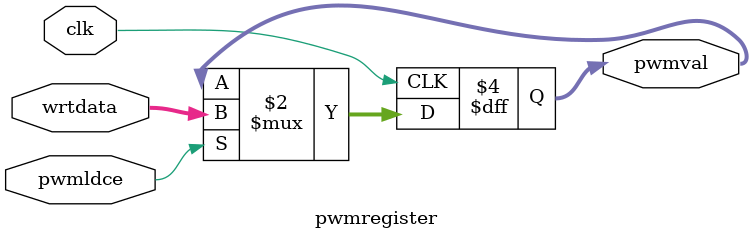
<source format=v>
module pwmregister(
  output reg [7:0] pwmval,
  input clk,
  input pwmldce,
  input [7:0] wrtdata);
  
  always@(posedge clk) begin
    if(pwmldce) begin
      pwmval <= wrtdata;
    end
  end 
endmodule
</source>
